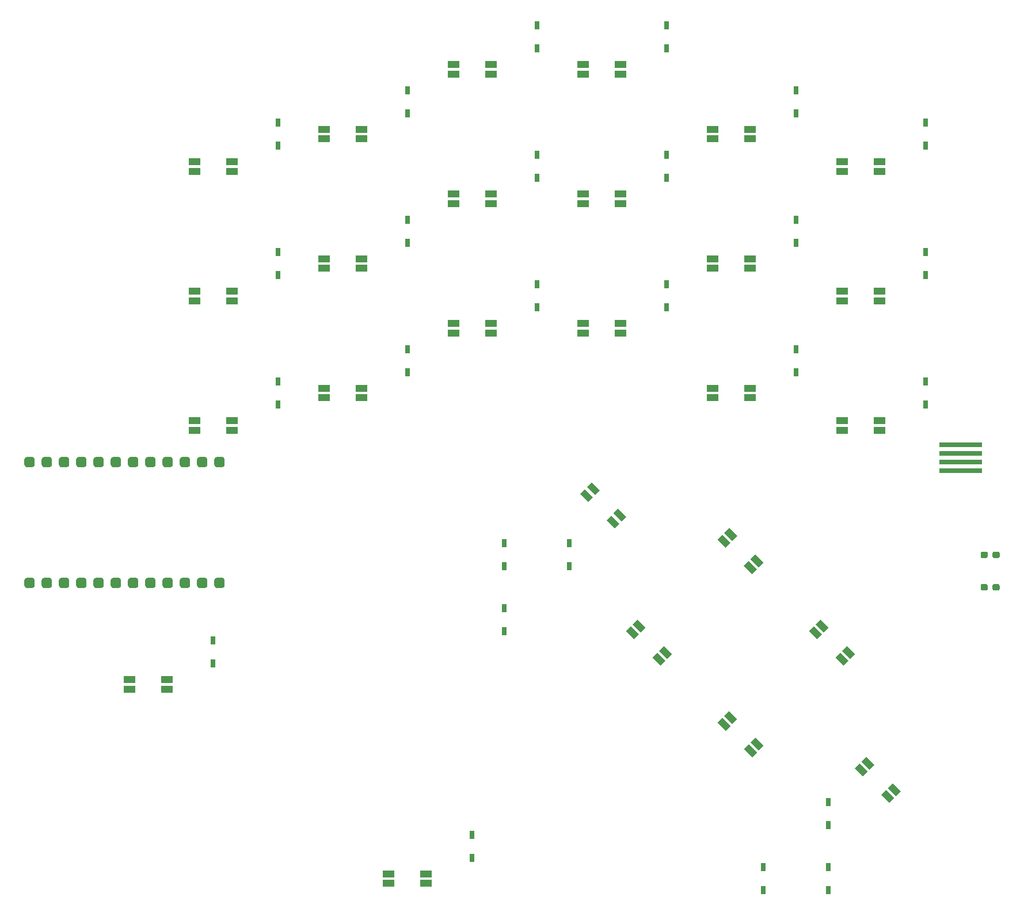
<source format=gtp>
G04 #@! TF.GenerationSoftware,KiCad,Pcbnew,(5.1.9)-1*
G04 #@! TF.CreationDate,2021-10-14T03:32:22+09:00*
G04 #@! TF.ProjectId,GraSPIntEx,47726153-5049-46e7-9445-782e6b696361,rev?*
G04 #@! TF.SameCoordinates,Original*
G04 #@! TF.FileFunction,Paste,Top*
G04 #@! TF.FilePolarity,Positive*
%FSLAX46Y46*%
G04 Gerber Fmt 4.6, Leading zero omitted, Abs format (unit mm)*
G04 Created by KiCad (PCBNEW (5.1.9)-1) date 2021-10-14 03:32:22*
%MOMM*%
%LPD*%
G01*
G04 APERTURE LIST*
%ADD10R,0.750000X1.200000*%
%ADD11R,1.700000X1.000000*%
%ADD12R,6.350000X0.760000*%
%ADD13C,0.100000*%
G04 APERTURE END LIST*
G04 #@! TO.C,R1*
G36*
G01*
X171800000Y-109775000D02*
X171800000Y-109300000D01*
G75*
G02*
X172037500Y-109062500I237500J0D01*
G01*
X172612500Y-109062500D01*
G75*
G02*
X172850000Y-109300000I0J-237500D01*
G01*
X172850000Y-109775000D01*
G75*
G02*
X172612500Y-110012500I-237500J0D01*
G01*
X172037500Y-110012500D01*
G75*
G02*
X171800000Y-109775000I0J237500D01*
G01*
G37*
G36*
G01*
X170050000Y-109775000D02*
X170050000Y-109300000D01*
G75*
G02*
X170287500Y-109062500I237500J0D01*
G01*
X170862500Y-109062500D01*
G75*
G02*
X171100000Y-109300000I0J-237500D01*
G01*
X171100000Y-109775000D01*
G75*
G02*
X170862500Y-110012500I-237500J0D01*
G01*
X170287500Y-110012500D01*
G75*
G02*
X170050000Y-109775000I0J237500D01*
G01*
G37*
G04 #@! TD*
G04 #@! TO.C,R2*
G36*
G01*
X171800000Y-114537500D02*
X171800000Y-114062500D01*
G75*
G02*
X172037500Y-113825000I237500J0D01*
G01*
X172612500Y-113825000D01*
G75*
G02*
X172850000Y-114062500I0J-237500D01*
G01*
X172850000Y-114537500D01*
G75*
G02*
X172612500Y-114775000I-237500J0D01*
G01*
X172037500Y-114775000D01*
G75*
G02*
X171800000Y-114537500I0J237500D01*
G01*
G37*
G36*
G01*
X170050000Y-114537500D02*
X170050000Y-114062500D01*
G75*
G02*
X170287500Y-113825000I237500J0D01*
G01*
X170862500Y-113825000D01*
G75*
G02*
X171100000Y-114062500I0J-237500D01*
G01*
X171100000Y-114537500D01*
G75*
G02*
X170862500Y-114775000I-237500J0D01*
G01*
X170287500Y-114775000D01*
G75*
G02*
X170050000Y-114537500I0J237500D01*
G01*
G37*
G04 #@! TD*
G04 #@! TO.C,U1*
G36*
G01*
X30543500Y-96647000D02*
X29781500Y-96647000D01*
G75*
G02*
X29400500Y-96266000I0J381000D01*
G01*
X29400500Y-95504000D01*
G75*
G02*
X29781500Y-95123000I381000J0D01*
G01*
X30543500Y-95123000D01*
G75*
G02*
X30924500Y-95504000I0J-381000D01*
G01*
X30924500Y-96266000D01*
G75*
G02*
X30543500Y-96647000I-381000J0D01*
G01*
G37*
G36*
G01*
X33083500Y-96647000D02*
X32321500Y-96647000D01*
G75*
G02*
X31940500Y-96266000I0J381000D01*
G01*
X31940500Y-95504000D01*
G75*
G02*
X32321500Y-95123000I381000J0D01*
G01*
X33083500Y-95123000D01*
G75*
G02*
X33464500Y-95504000I0J-381000D01*
G01*
X33464500Y-96266000D01*
G75*
G02*
X33083500Y-96647000I-381000J0D01*
G01*
G37*
G36*
G01*
X35623500Y-96647000D02*
X34861500Y-96647000D01*
G75*
G02*
X34480500Y-96266000I0J381000D01*
G01*
X34480500Y-95504000D01*
G75*
G02*
X34861500Y-95123000I381000J0D01*
G01*
X35623500Y-95123000D01*
G75*
G02*
X36004500Y-95504000I0J-381000D01*
G01*
X36004500Y-96266000D01*
G75*
G02*
X35623500Y-96647000I-381000J0D01*
G01*
G37*
G36*
G01*
X38163500Y-96647000D02*
X37401500Y-96647000D01*
G75*
G02*
X37020500Y-96266000I0J381000D01*
G01*
X37020500Y-95504000D01*
G75*
G02*
X37401500Y-95123000I381000J0D01*
G01*
X38163500Y-95123000D01*
G75*
G02*
X38544500Y-95504000I0J-381000D01*
G01*
X38544500Y-96266000D01*
G75*
G02*
X38163500Y-96647000I-381000J0D01*
G01*
G37*
G36*
G01*
X40703500Y-96647000D02*
X39941500Y-96647000D01*
G75*
G02*
X39560500Y-96266000I0J381000D01*
G01*
X39560500Y-95504000D01*
G75*
G02*
X39941500Y-95123000I381000J0D01*
G01*
X40703500Y-95123000D01*
G75*
G02*
X41084500Y-95504000I0J-381000D01*
G01*
X41084500Y-96266000D01*
G75*
G02*
X40703500Y-96647000I-381000J0D01*
G01*
G37*
G36*
G01*
X43243500Y-96647000D02*
X42481500Y-96647000D01*
G75*
G02*
X42100500Y-96266000I0J381000D01*
G01*
X42100500Y-95504000D01*
G75*
G02*
X42481500Y-95123000I381000J0D01*
G01*
X43243500Y-95123000D01*
G75*
G02*
X43624500Y-95504000I0J-381000D01*
G01*
X43624500Y-96266000D01*
G75*
G02*
X43243500Y-96647000I-381000J0D01*
G01*
G37*
G36*
G01*
X45783500Y-96647000D02*
X45021500Y-96647000D01*
G75*
G02*
X44640500Y-96266000I0J381000D01*
G01*
X44640500Y-95504000D01*
G75*
G02*
X45021500Y-95123000I381000J0D01*
G01*
X45783500Y-95123000D01*
G75*
G02*
X46164500Y-95504000I0J-381000D01*
G01*
X46164500Y-96266000D01*
G75*
G02*
X45783500Y-96647000I-381000J0D01*
G01*
G37*
G36*
G01*
X48323500Y-96647000D02*
X47561500Y-96647000D01*
G75*
G02*
X47180500Y-96266000I0J381000D01*
G01*
X47180500Y-95504000D01*
G75*
G02*
X47561500Y-95123000I381000J0D01*
G01*
X48323500Y-95123000D01*
G75*
G02*
X48704500Y-95504000I0J-381000D01*
G01*
X48704500Y-96266000D01*
G75*
G02*
X48323500Y-96647000I-381000J0D01*
G01*
G37*
G36*
G01*
X50863500Y-96647000D02*
X50101500Y-96647000D01*
G75*
G02*
X49720500Y-96266000I0J381000D01*
G01*
X49720500Y-95504000D01*
G75*
G02*
X50101500Y-95123000I381000J0D01*
G01*
X50863500Y-95123000D01*
G75*
G02*
X51244500Y-95504000I0J-381000D01*
G01*
X51244500Y-96266000D01*
G75*
G02*
X50863500Y-96647000I-381000J0D01*
G01*
G37*
G36*
G01*
X53403500Y-96647000D02*
X52641500Y-96647000D01*
G75*
G02*
X52260500Y-96266000I0J381000D01*
G01*
X52260500Y-95504000D01*
G75*
G02*
X52641500Y-95123000I381000J0D01*
G01*
X53403500Y-95123000D01*
G75*
G02*
X53784500Y-95504000I0J-381000D01*
G01*
X53784500Y-96266000D01*
G75*
G02*
X53403500Y-96647000I-381000J0D01*
G01*
G37*
G36*
G01*
X55943500Y-96647000D02*
X55181500Y-96647000D01*
G75*
G02*
X54800500Y-96266000I0J381000D01*
G01*
X54800500Y-95504000D01*
G75*
G02*
X55181500Y-95123000I381000J0D01*
G01*
X55943500Y-95123000D01*
G75*
G02*
X56324500Y-95504000I0J-381000D01*
G01*
X56324500Y-96266000D01*
G75*
G02*
X55943500Y-96647000I-381000J0D01*
G01*
G37*
G36*
G01*
X58483500Y-96647000D02*
X57721500Y-96647000D01*
G75*
G02*
X57340500Y-96266000I0J381000D01*
G01*
X57340500Y-95504000D01*
G75*
G02*
X57721500Y-95123000I381000J0D01*
G01*
X58483500Y-95123000D01*
G75*
G02*
X58864500Y-95504000I0J-381000D01*
G01*
X58864500Y-96266000D01*
G75*
G02*
X58483500Y-96647000I-381000J0D01*
G01*
G37*
G36*
G01*
X58483500Y-114427000D02*
X57721500Y-114427000D01*
G75*
G02*
X57340500Y-114046000I0J381000D01*
G01*
X57340500Y-113284000D01*
G75*
G02*
X57721500Y-112903000I381000J0D01*
G01*
X58483500Y-112903000D01*
G75*
G02*
X58864500Y-113284000I0J-381000D01*
G01*
X58864500Y-114046000D01*
G75*
G02*
X58483500Y-114427000I-381000J0D01*
G01*
G37*
G36*
G01*
X55943500Y-114427000D02*
X55181500Y-114427000D01*
G75*
G02*
X54800500Y-114046000I0J381000D01*
G01*
X54800500Y-113284000D01*
G75*
G02*
X55181500Y-112903000I381000J0D01*
G01*
X55943500Y-112903000D01*
G75*
G02*
X56324500Y-113284000I0J-381000D01*
G01*
X56324500Y-114046000D01*
G75*
G02*
X55943500Y-114427000I-381000J0D01*
G01*
G37*
G36*
G01*
X53403500Y-114427000D02*
X52641500Y-114427000D01*
G75*
G02*
X52260500Y-114046000I0J381000D01*
G01*
X52260500Y-113284000D01*
G75*
G02*
X52641500Y-112903000I381000J0D01*
G01*
X53403500Y-112903000D01*
G75*
G02*
X53784500Y-113284000I0J-381000D01*
G01*
X53784500Y-114046000D01*
G75*
G02*
X53403500Y-114427000I-381000J0D01*
G01*
G37*
G36*
G01*
X50863500Y-114427000D02*
X50101500Y-114427000D01*
G75*
G02*
X49720500Y-114046000I0J381000D01*
G01*
X49720500Y-113284000D01*
G75*
G02*
X50101500Y-112903000I381000J0D01*
G01*
X50863500Y-112903000D01*
G75*
G02*
X51244500Y-113284000I0J-381000D01*
G01*
X51244500Y-114046000D01*
G75*
G02*
X50863500Y-114427000I-381000J0D01*
G01*
G37*
G36*
G01*
X48323500Y-114427000D02*
X47561500Y-114427000D01*
G75*
G02*
X47180500Y-114046000I0J381000D01*
G01*
X47180500Y-113284000D01*
G75*
G02*
X47561500Y-112903000I381000J0D01*
G01*
X48323500Y-112903000D01*
G75*
G02*
X48704500Y-113284000I0J-381000D01*
G01*
X48704500Y-114046000D01*
G75*
G02*
X48323500Y-114427000I-381000J0D01*
G01*
G37*
G36*
G01*
X45783500Y-114427000D02*
X45021500Y-114427000D01*
G75*
G02*
X44640500Y-114046000I0J381000D01*
G01*
X44640500Y-113284000D01*
G75*
G02*
X45021500Y-112903000I381000J0D01*
G01*
X45783500Y-112903000D01*
G75*
G02*
X46164500Y-113284000I0J-381000D01*
G01*
X46164500Y-114046000D01*
G75*
G02*
X45783500Y-114427000I-381000J0D01*
G01*
G37*
G36*
G01*
X43243500Y-114427000D02*
X42481500Y-114427000D01*
G75*
G02*
X42100500Y-114046000I0J381000D01*
G01*
X42100500Y-113284000D01*
G75*
G02*
X42481500Y-112903000I381000J0D01*
G01*
X43243500Y-112903000D01*
G75*
G02*
X43624500Y-113284000I0J-381000D01*
G01*
X43624500Y-114046000D01*
G75*
G02*
X43243500Y-114427000I-381000J0D01*
G01*
G37*
G36*
G01*
X40703500Y-114427000D02*
X39941500Y-114427000D01*
G75*
G02*
X39560500Y-114046000I0J381000D01*
G01*
X39560500Y-113284000D01*
G75*
G02*
X39941500Y-112903000I381000J0D01*
G01*
X40703500Y-112903000D01*
G75*
G02*
X41084500Y-113284000I0J-381000D01*
G01*
X41084500Y-114046000D01*
G75*
G02*
X40703500Y-114427000I-381000J0D01*
G01*
G37*
G36*
G01*
X38163500Y-114427000D02*
X37401500Y-114427000D01*
G75*
G02*
X37020500Y-114046000I0J381000D01*
G01*
X37020500Y-113284000D01*
G75*
G02*
X37401500Y-112903000I381000J0D01*
G01*
X38163500Y-112903000D01*
G75*
G02*
X38544500Y-113284000I0J-381000D01*
G01*
X38544500Y-114046000D01*
G75*
G02*
X38163500Y-114427000I-381000J0D01*
G01*
G37*
G36*
G01*
X35623500Y-114427000D02*
X34861500Y-114427000D01*
G75*
G02*
X34480500Y-114046000I0J381000D01*
G01*
X34480500Y-113284000D01*
G75*
G02*
X34861500Y-112903000I381000J0D01*
G01*
X35623500Y-112903000D01*
G75*
G02*
X36004500Y-113284000I0J-381000D01*
G01*
X36004500Y-114046000D01*
G75*
G02*
X35623500Y-114427000I-381000J0D01*
G01*
G37*
G36*
G01*
X33083500Y-114427000D02*
X32321500Y-114427000D01*
G75*
G02*
X31940500Y-114046000I0J381000D01*
G01*
X31940500Y-113284000D01*
G75*
G02*
X32321500Y-112903000I381000J0D01*
G01*
X33083500Y-112903000D01*
G75*
G02*
X33464500Y-113284000I0J-381000D01*
G01*
X33464500Y-114046000D01*
G75*
G02*
X33083500Y-114427000I-381000J0D01*
G01*
G37*
G36*
G01*
X30543500Y-114427000D02*
X29781500Y-114427000D01*
G75*
G02*
X29400500Y-114046000I0J381000D01*
G01*
X29400500Y-113284000D01*
G75*
G02*
X29781500Y-112903000I381000J0D01*
G01*
X30543500Y-112903000D01*
G75*
G02*
X30924500Y-113284000I0J-381000D01*
G01*
X30924500Y-114046000D01*
G75*
G02*
X30543500Y-114427000I-381000J0D01*
G01*
G37*
G04 #@! TD*
D10*
G04 #@! TO.C,D5*
X104775000Y-31637500D03*
X104775000Y-35037500D03*
G04 #@! TD*
G04 #@! TO.C,D3*
X85725000Y-41162500D03*
X85725000Y-44562500D03*
G04 #@! TD*
G04 #@! TO.C,D1*
X66675000Y-45925000D03*
X66675000Y-49325000D03*
G04 #@! TD*
G04 #@! TO.C,D7*
X123825000Y-31637500D03*
X123825000Y-35037500D03*
G04 #@! TD*
G04 #@! TO.C,D9*
X142875000Y-41162500D03*
X142875000Y-44562500D03*
G04 #@! TD*
G04 #@! TO.C,D13*
X66675000Y-64975000D03*
X66675000Y-68375000D03*
G04 #@! TD*
G04 #@! TO.C,D15*
X85725000Y-60212500D03*
X85725000Y-63612500D03*
G04 #@! TD*
G04 #@! TO.C,D17*
X104775000Y-50687500D03*
X104775000Y-54087500D03*
G04 #@! TD*
G04 #@! TO.C,D21*
X142875000Y-60212500D03*
X142875000Y-63612500D03*
G04 #@! TD*
G04 #@! TO.C,D23*
X161925000Y-64975000D03*
X161925000Y-68375000D03*
G04 #@! TD*
G04 #@! TO.C,D11*
X161925000Y-45925000D03*
X161925000Y-49325000D03*
G04 #@! TD*
G04 #@! TO.C,D25*
X66675000Y-84025000D03*
X66675000Y-87425000D03*
G04 #@! TD*
G04 #@! TO.C,D19*
X123825000Y-50687500D03*
X123825000Y-54087500D03*
G04 #@! TD*
G04 #@! TO.C,D27*
X85725000Y-79262500D03*
X85725000Y-82662500D03*
G04 #@! TD*
G04 #@! TO.C,D29*
X104775000Y-69737500D03*
X104775000Y-73137500D03*
G04 #@! TD*
G04 #@! TO.C,D31*
X123825000Y-69737500D03*
X123825000Y-73137500D03*
G04 #@! TD*
G04 #@! TO.C,D33*
X142875000Y-79262500D03*
X142875000Y-82662500D03*
G04 #@! TD*
G04 #@! TO.C,D35*
X161925000Y-84025000D03*
X161925000Y-87425000D03*
G04 #@! TD*
G04 #@! TO.C,D37*
X100012500Y-107837500D03*
X100012500Y-111237500D03*
G04 #@! TD*
G04 #@! TO.C,D39*
X109537500Y-107837500D03*
X109537500Y-111237500D03*
G04 #@! TD*
G04 #@! TO.C,D41*
X100012500Y-117362500D03*
X100012500Y-120762500D03*
G04 #@! TD*
G04 #@! TO.C,D43*
X147637500Y-145937500D03*
X147637500Y-149337500D03*
G04 #@! TD*
G04 #@! TO.C,D45*
X138112500Y-155462500D03*
X138112500Y-158862500D03*
G04 #@! TD*
G04 #@! TO.C,D47*
X147637500Y-155462500D03*
X147637500Y-158862500D03*
G04 #@! TD*
G04 #@! TO.C,D49*
X57150000Y-122125000D03*
X57150000Y-125525000D03*
G04 #@! TD*
G04 #@! TO.C,D51*
X95250000Y-150700000D03*
X95250000Y-154100000D03*
G04 #@! TD*
D11*
G04 #@! TO.C,LED1*
X59900000Y-53087500D03*
X59900000Y-51687500D03*
X54400000Y-53087500D03*
X54400000Y-51687500D03*
G04 #@! TD*
D12*
G04 #@! TO.C,J1*
X167159500Y-93345000D03*
X167159500Y-94615000D03*
X167159500Y-95885000D03*
X167159500Y-97155000D03*
G04 #@! TD*
D11*
G04 #@! TO.C,LED2*
X78950000Y-48325000D03*
X78950000Y-46925000D03*
X73450000Y-48325000D03*
X73450000Y-46925000D03*
G04 #@! TD*
G04 #@! TO.C,LED3*
X98000000Y-38800000D03*
X98000000Y-37400000D03*
X92500000Y-38800000D03*
X92500000Y-37400000D03*
G04 #@! TD*
G04 #@! TO.C,LED4*
X117050000Y-38800000D03*
X117050000Y-37400000D03*
X111550000Y-38800000D03*
X111550000Y-37400000D03*
G04 #@! TD*
G04 #@! TO.C,LED5*
X136100000Y-48325000D03*
X136100000Y-46925000D03*
X130600000Y-48325000D03*
X130600000Y-46925000D03*
G04 #@! TD*
G04 #@! TO.C,LED6*
X155150000Y-53087500D03*
X155150000Y-51687500D03*
X149650000Y-53087500D03*
X149650000Y-51687500D03*
G04 #@! TD*
G04 #@! TO.C,LED7*
X149650000Y-70737500D03*
X149650000Y-72137500D03*
X155150000Y-70737500D03*
X155150000Y-72137500D03*
G04 #@! TD*
G04 #@! TO.C,LED8*
X130600000Y-65975000D03*
X130600000Y-67375000D03*
X136100000Y-65975000D03*
X136100000Y-67375000D03*
G04 #@! TD*
D13*
G04 #@! TO.C,LED23*
G36*
X134249929Y-106767681D02*
G01*
X133542822Y-107474788D01*
X132340741Y-106272707D01*
X133047848Y-105565600D01*
X134249929Y-106767681D01*
G37*
G36*
X133259980Y-107757630D02*
G01*
X132552873Y-108464737D01*
X131350792Y-107262656D01*
X132057899Y-106555549D01*
X133259980Y-107757630D01*
G37*
G36*
X138139016Y-110656768D02*
G01*
X137431909Y-111363875D01*
X136229828Y-110161794D01*
X136936935Y-109454687D01*
X138139016Y-110656768D01*
G37*
G36*
X137149067Y-111646717D02*
G01*
X136441960Y-112353824D01*
X135239879Y-111151743D01*
X135946986Y-110444636D01*
X137149067Y-111646717D01*
G37*
G04 #@! TD*
G04 #@! TO.C,LED24*
G36*
X114044353Y-100032489D02*
G01*
X113337246Y-100739596D01*
X112135165Y-99537515D01*
X112842272Y-98830408D01*
X114044353Y-100032489D01*
G37*
G36*
X113054404Y-101022438D02*
G01*
X112347297Y-101729545D01*
X111145216Y-100527464D01*
X111852323Y-99820357D01*
X113054404Y-101022438D01*
G37*
G36*
X117933440Y-103921576D02*
G01*
X117226333Y-104628683D01*
X116024252Y-103426602D01*
X116731359Y-102719495D01*
X117933440Y-103921576D01*
G37*
G36*
X116943491Y-104911525D02*
G01*
X116236384Y-105618632D01*
X115034303Y-104416551D01*
X115741410Y-103709444D01*
X116943491Y-104911525D01*
G37*
G04 #@! TD*
D11*
G04 #@! TO.C,LED16*
X117050000Y-76900000D03*
X117050000Y-75500000D03*
X111550000Y-76900000D03*
X111550000Y-75500000D03*
G04 #@! TD*
D13*
G04 #@! TO.C,LED22*
G36*
X120779545Y-120238065D02*
G01*
X120072438Y-120945172D01*
X118870357Y-119743091D01*
X119577464Y-119035984D01*
X120779545Y-120238065D01*
G37*
G36*
X119789596Y-121228014D02*
G01*
X119082489Y-121935121D01*
X117880408Y-120733040D01*
X118587515Y-120025933D01*
X119789596Y-121228014D01*
G37*
G36*
X124668632Y-124127152D02*
G01*
X123961525Y-124834259D01*
X122759444Y-123632178D01*
X123466551Y-122925071D01*
X124668632Y-124127152D01*
G37*
G36*
X123678683Y-125117101D02*
G01*
X122971576Y-125824208D01*
X121769495Y-124622127D01*
X122476602Y-123915020D01*
X123678683Y-125117101D01*
G37*
G04 #@! TD*
D11*
G04 #@! TO.C,LED14*
X78950000Y-86425000D03*
X78950000Y-85025000D03*
X73450000Y-86425000D03*
X73450000Y-85025000D03*
G04 #@! TD*
G04 #@! TO.C,LED13*
X59900000Y-91187500D03*
X59900000Y-89787500D03*
X54400000Y-91187500D03*
X54400000Y-89787500D03*
G04 #@! TD*
D13*
G04 #@! TO.C,LED20*
G36*
X134249929Y-133708449D02*
G01*
X133542822Y-134415556D01*
X132340741Y-133213475D01*
X133047848Y-132506368D01*
X134249929Y-133708449D01*
G37*
G36*
X133259980Y-134698398D02*
G01*
X132552873Y-135405505D01*
X131350792Y-134203424D01*
X132057899Y-133496317D01*
X133259980Y-134698398D01*
G37*
G36*
X138139016Y-137597536D02*
G01*
X137431909Y-138304643D01*
X136229828Y-137102562D01*
X136936935Y-136395455D01*
X138139016Y-137597536D01*
G37*
G36*
X137149067Y-138587485D02*
G01*
X136441960Y-139294592D01*
X135239879Y-138092511D01*
X135946986Y-137385404D01*
X137149067Y-138587485D01*
G37*
G04 #@! TD*
D11*
G04 #@! TO.C,LED15*
X98000000Y-76900000D03*
X98000000Y-75500000D03*
X92500000Y-76900000D03*
X92500000Y-75500000D03*
G04 #@! TD*
G04 #@! TO.C,LED10*
X92500000Y-56450000D03*
X92500000Y-57850000D03*
X98000000Y-56450000D03*
X98000000Y-57850000D03*
G04 #@! TD*
G04 #@! TO.C,LED17*
X136100000Y-86425000D03*
X136100000Y-85025000D03*
X130600000Y-86425000D03*
X130600000Y-85025000D03*
G04 #@! TD*
G04 #@! TO.C,LED18*
X155150000Y-91187500D03*
X155150000Y-89787500D03*
X149650000Y-91187500D03*
X149650000Y-89787500D03*
G04 #@! TD*
G04 #@! TO.C,LED9*
X111550000Y-56450000D03*
X111550000Y-57850000D03*
X117050000Y-56450000D03*
X117050000Y-57850000D03*
G04 #@! TD*
G04 #@! TO.C,LED11*
X73450000Y-65975000D03*
X73450000Y-67375000D03*
X78950000Y-65975000D03*
X78950000Y-67375000D03*
G04 #@! TD*
D13*
G04 #@! TO.C,LED19*
G36*
X154455505Y-140443641D02*
G01*
X153748398Y-141150748D01*
X152546317Y-139948667D01*
X153253424Y-139241560D01*
X154455505Y-140443641D01*
G37*
G36*
X153465556Y-141433590D02*
G01*
X152758449Y-142140697D01*
X151556368Y-140938616D01*
X152263475Y-140231509D01*
X153465556Y-141433590D01*
G37*
G36*
X158344592Y-144332728D02*
G01*
X157637485Y-145039835D01*
X156435404Y-143837754D01*
X157142511Y-143130647D01*
X158344592Y-144332728D01*
G37*
G36*
X157354643Y-145322677D02*
G01*
X156647536Y-146029784D01*
X155445455Y-144827703D01*
X156152562Y-144120596D01*
X157354643Y-145322677D01*
G37*
G04 #@! TD*
D11*
G04 #@! TO.C,LED12*
X54400000Y-70737500D03*
X54400000Y-72137500D03*
X59900000Y-70737500D03*
X59900000Y-72137500D03*
G04 #@! TD*
D13*
G04 #@! TO.C,LED21*
G36*
X147720313Y-120238065D02*
G01*
X147013206Y-120945172D01*
X145811125Y-119743091D01*
X146518232Y-119035984D01*
X147720313Y-120238065D01*
G37*
G36*
X146730364Y-121228014D02*
G01*
X146023257Y-121935121D01*
X144821176Y-120733040D01*
X145528283Y-120025933D01*
X146730364Y-121228014D01*
G37*
G36*
X151609400Y-124127152D02*
G01*
X150902293Y-124834259D01*
X149700212Y-123632178D01*
X150407319Y-122925071D01*
X151609400Y-124127152D01*
G37*
G36*
X150619451Y-125117101D02*
G01*
X149912344Y-125824208D01*
X148710263Y-124622127D01*
X149417370Y-123915020D01*
X150619451Y-125117101D01*
G37*
G04 #@! TD*
D11*
G04 #@! TO.C,LED25*
X50375000Y-129287500D03*
X50375000Y-127887500D03*
X44875000Y-129287500D03*
X44875000Y-127887500D03*
G04 #@! TD*
G04 #@! TO.C,LED26*
X88475000Y-157862500D03*
X88475000Y-156462500D03*
X82975000Y-157862500D03*
X82975000Y-156462500D03*
G04 #@! TD*
M02*

</source>
